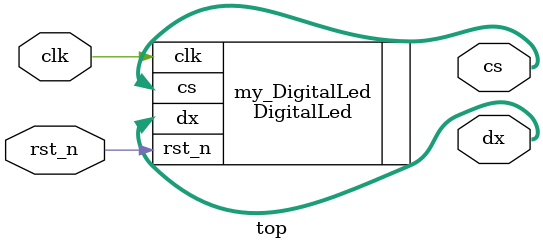
<source format=v>

	module top(
		clk ,rst_n,
		cs, dx
	);
	
	
	input clk	; //50MHz
	input rst_n	; //µÍµçÆ½ÓÐÐ§

	output[1:0] cs;//Î»Ñ¡£¬µÍÓÐÐ§
	output[7:0] dx; //¶ÎÑ¡
	
	wire[1:0] cs;
	wire[7:0] dx;
	/////////////////////////////////////////////////////////
		//ÑÓÊ±Ê±¼ä
		parameter T1S 	   = 26'd49_999_999;		//26'd50_000_000;
		parameter T500MS  = 26'd24_999_999;		//26'd25_000_000;	
		parameter T1MS  	= 26'd49_999;			//26'd50_000;
		parameter T500US  = 26'd24_999;			//26'd25_000;
		
/////////////////////////////////////////////////////////		
//		//0.ÑÓÊ±
//		reg[25:0] cnt;
//		always @(posedge clk or negedge rst_n)begin
//			if(!rst_n) cnt <= 26'd0;
//			else if(cnt == T1S) cnt <= 26'd0;
//			else cnt <= cnt + 26'd1;
//		end
//		
//		reg clk_1s;
//		always @(posedge clk or negedge rst_n)begin
//			if(!rst_n) clk_1s <= 1'd0;
//			else if(cnt < T500MS) clk_1s <= 1'd1;
//			else clk_1s <= 1'd0;
//		end
//
//		//parameter data = 28'd25_123_456;
//
///////////////////////////////////////////////////////////	
//	reg[7:0] data;
//	always @(posedge clk_1s or negedge rst_n)begin
//		if(!rst_n) data <= 8'd0;
//		else if(data == 8'd99) data <= 8'd56;
//		else data <= data + 8'd1;
//	end
	parameter data = 8'd56;
	DigitalLed #(.data(8'd56)) my_DigitalLed(
			.clk(clk) ,
			.rst_n(rst_n),
			//.data(data),
			.cs(cs), 
			.dx(dx)		
	);		

	
	endmodule
</source>
